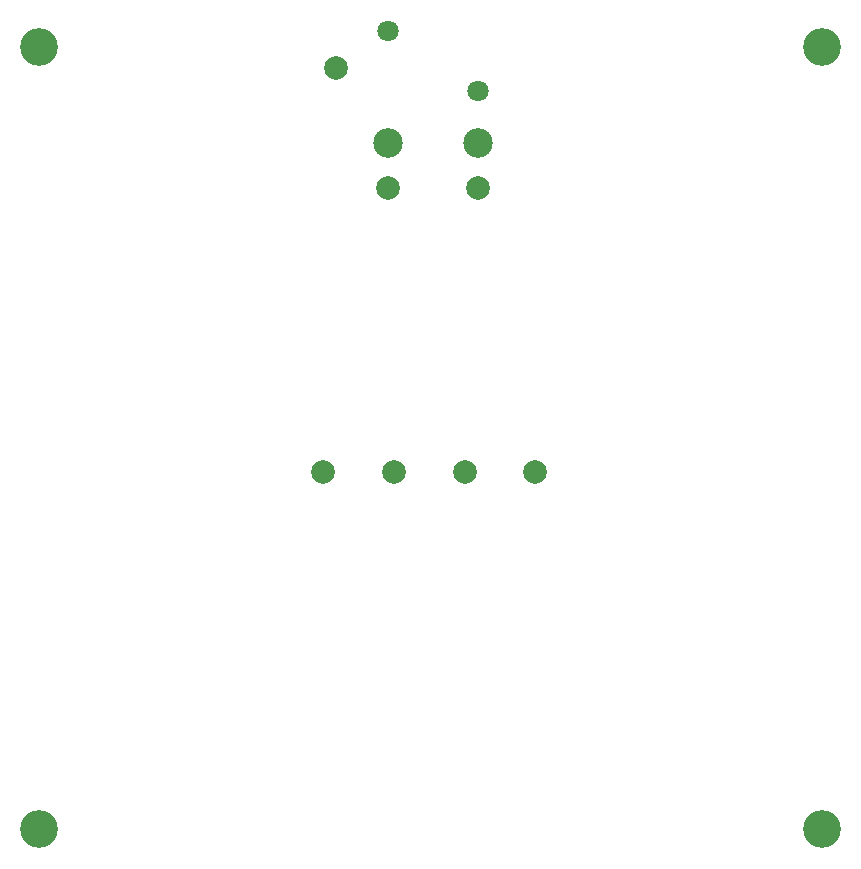
<source format=gbr>
%TF.GenerationSoftware,KiCad,Pcbnew,(5.1.9)-1*%
%TF.CreationDate,2022-02-10T16:59:52-07:00*%
%TF.ProjectId,Stepper_to_XLR4,53746570-7065-4725-9f74-6f5f584c5234,rev?*%
%TF.SameCoordinates,Original*%
%TF.FileFunction,Soldermask,Top*%
%TF.FilePolarity,Negative*%
%FSLAX46Y46*%
G04 Gerber Fmt 4.6, Leading zero omitted, Abs format (unit mm)*
G04 Created by KiCad (PCBNEW (5.1.9)-1) date 2022-02-10 16:59:52*
%MOMM*%
%LPD*%
G01*
G04 APERTURE LIST*
%ADD10C,2.000000*%
%ADD11C,1.800000*%
%ADD12C,2.500000*%
%ADD13C,3.200000*%
G04 APERTURE END LIST*
D10*
%TO.C,J1*%
X47000000Y-41000000D03*
X41000000Y-41000000D03*
X35000000Y-41000000D03*
X29000000Y-41000000D03*
%TD*%
D11*
%TO.C,PS1*%
X42130000Y-8725000D03*
X34510000Y-3645000D03*
D10*
X30070000Y-6815000D03*
X42130000Y-16985000D03*
D12*
X42130000Y-13170000D03*
X34510000Y-13170000D03*
D10*
X34510000Y-16985000D03*
%TD*%
D13*
%TO.C,MH4*%
X71250000Y-5000000D03*
%TD*%
%TO.C,MH3*%
X71250000Y-71250000D03*
%TD*%
%TO.C,MH2*%
X5000000Y-71250000D03*
%TD*%
%TO.C,MH1*%
X5000000Y-5000000D03*
%TD*%
M02*

</source>
